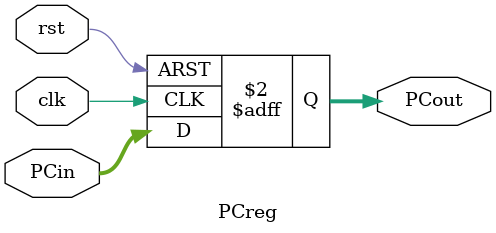
<source format=sv>
module PCreg#(N=10)
	(input clk,rst,
	input [N-1:0] PCin,
	output logic [N-1:0] PCout);
	always@(posedge clk or posedge rst)
	if(rst) PCout = 13'h1FFC;
	else PCout=PCin;
endmodule
</source>
